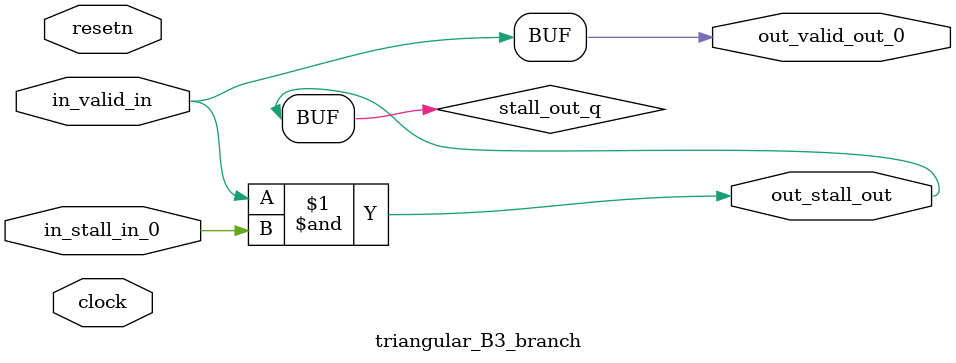
<source format=sv>



(* altera_attribute = "-name AUTO_SHIFT_REGISTER_RECOGNITION OFF; -name MESSAGE_DISABLE 10036; -name MESSAGE_DISABLE 10037; -name MESSAGE_DISABLE 14130; -name MESSAGE_DISABLE 14320; -name MESSAGE_DISABLE 15400; -name MESSAGE_DISABLE 14130; -name MESSAGE_DISABLE 10036; -name MESSAGE_DISABLE 12020; -name MESSAGE_DISABLE 12030; -name MESSAGE_DISABLE 12010; -name MESSAGE_DISABLE 12110; -name MESSAGE_DISABLE 14320; -name MESSAGE_DISABLE 13410; -name MESSAGE_DISABLE 113007; -name MESSAGE_DISABLE 10958" *)
module triangular_B3_branch (
    input wire [0:0] in_stall_in_0,
    input wire [0:0] in_valid_in,
    output wire [0:0] out_stall_out,
    output wire [0:0] out_valid_out_0,
    input wire clock,
    input wire resetn
    );

    wire [0:0] stall_out_q;
    reg [0:0] rst_sync_rst_sclrn;


    // stall_out(LOGICAL,6)
    assign stall_out_q = in_valid_in & in_stall_in_0;

    // out_stall_out(GPOUT,4)
    assign out_stall_out = stall_out_q;

    // out_valid_out_0(GPOUT,5)
    assign out_valid_out_0 = in_valid_in;

    // rst_sync(RESETSYNC,7)
    acl_reset_handler #(
        .ASYNC_RESET(0),
        .USE_SYNCHRONIZER(1),
        .PULSE_EXTENSION(0),
        .PIPE_DEPTH(3),
        .DUPLICATE(1)
    ) therst_sync (
        .clk(clock),
        .i_resetn(resetn),
        .o_sclrn(rst_sync_rst_sclrn)
    );

endmodule

</source>
